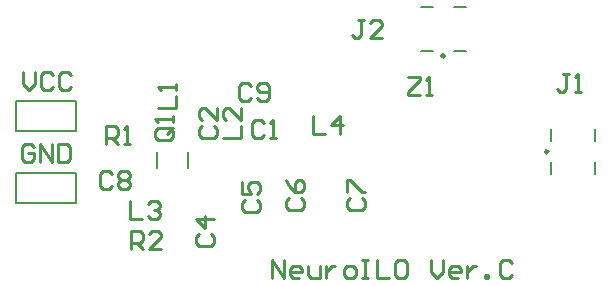
<source format=gbr>
%TF.GenerationSoftware,Altium Limited,Altium Designer,22.5.1 (42)*%
G04 Layer_Color=65535*
%FSLAX26Y26*%
%MOIN*%
%TF.SameCoordinates,B04901F9-BF46-49F9-850C-5E78856F6392*%
%TF.FilePolarity,Positive*%
%TF.FileFunction,Legend,Top*%
%TF.Part,Single*%
G01*
G75*
%TA.AperFunction,NonConductor*%
%ADD30C,0.011024*%
%ADD31C,0.005000*%
%ADD32C,0.007874*%
%ADD33C,0.010000*%
D30*
X2824961Y1500000D02*
G03*
X2824961Y1500000I-5512J0D01*
G01*
X2480512Y1819449D02*
G03*
X2480512Y1819449I-5512J0D01*
G01*
D31*
X2980866Y1425197D02*
Y1464567D01*
Y1535433D02*
Y1574803D01*
X2834803Y1425197D02*
Y1464567D01*
Y1535433D02*
Y1574803D01*
X2400197Y1834803D02*
X2439567D01*
X2510433D02*
X2549803D01*
X2400197Y1980866D02*
X2439567D01*
X2510433D02*
X2549803D01*
D32*
X1521937Y1445431D02*
Y1500549D01*
X1624299Y1445431D02*
Y1500549D01*
X1050000Y1430000D02*
X1250000D01*
X1050000Y1330000D02*
Y1430000D01*
Y1330000D02*
X1250000D01*
Y1430000D01*
Y1570000D02*
Y1670000D01*
X1050000Y1570000D02*
X1250000D01*
X1050000D02*
Y1670000D01*
X1250000D01*
D33*
X2895000Y1759990D02*
X2875006D01*
X2885003D01*
Y1710006D01*
X2875006Y1700010D01*
X2865010D01*
X2855013Y1710006D01*
X2914994Y1700010D02*
X2934987D01*
X2924990D01*
Y1759990D01*
X2914994Y1749994D01*
X2210003Y1939990D02*
X2190010D01*
X2200006D01*
Y1890006D01*
X2190010Y1880010D01*
X2180013D01*
X2170016Y1890006D01*
X2269984Y1880010D02*
X2229997D01*
X2269984Y1919997D01*
Y1929994D01*
X2259987Y1939990D01*
X2239994D01*
X2229997Y1929994D01*
X2356000Y1748981D02*
X2395987D01*
Y1738984D01*
X2356000Y1698997D01*
Y1689000D01*
X2395987D01*
X2415981D02*
X2435974D01*
X2425977D01*
Y1748981D01*
X2415981Y1738984D01*
X1435016Y1175010D02*
Y1234990D01*
X1465006D01*
X1475003Y1224994D01*
Y1205000D01*
X1465006Y1195003D01*
X1435016D01*
X1455010D02*
X1475003Y1175010D01*
X1534984D02*
X1494997D01*
X1534984Y1214997D01*
Y1224994D01*
X1524987Y1234990D01*
X1504994D01*
X1494997Y1224994D01*
X1660006Y1225003D02*
X1650010Y1215006D01*
Y1195013D01*
X1660006Y1185016D01*
X1699994D01*
X1709990Y1195013D01*
Y1215006D01*
X1699994Y1225003D01*
X1709990Y1274987D02*
X1650010D01*
X1680000Y1244997D01*
Y1284984D01*
X1430016Y1334990D02*
Y1275010D01*
X1470003D01*
X1489997Y1324994D02*
X1499994Y1334990D01*
X1519987D01*
X1529984Y1324994D01*
Y1314997D01*
X1519987Y1305000D01*
X1509990D01*
X1519987D01*
X1529984Y1295003D01*
Y1285006D01*
X1519987Y1275010D01*
X1499994D01*
X1489997Y1285006D01*
X1370003Y1424994D02*
X1360006Y1434990D01*
X1340013D01*
X1330016Y1424994D01*
Y1385006D01*
X1340013Y1375010D01*
X1360006D01*
X1370003Y1385006D01*
X1389997Y1424994D02*
X1399994Y1434990D01*
X1419987D01*
X1429984Y1424994D01*
Y1414997D01*
X1419987Y1405000D01*
X1429984Y1395003D01*
Y1385006D01*
X1419987Y1375010D01*
X1399994D01*
X1389997Y1385006D01*
Y1395003D01*
X1399994Y1405000D01*
X1389997Y1414997D01*
Y1424994D01*
X1399994Y1405000D02*
X1419987D01*
X1350013Y1525010D02*
Y1584990D01*
X1380003D01*
X1390000Y1574994D01*
Y1555000D01*
X1380003Y1545003D01*
X1350013D01*
X1370006D02*
X1390000Y1525010D01*
X1409994D02*
X1429987D01*
X1419990D01*
Y1584990D01*
X1409994Y1574994D01*
X1564994Y1580000D02*
X1525006D01*
X1515010Y1570003D01*
Y1550010D01*
X1525006Y1540013D01*
X1564994D01*
X1574990Y1550010D01*
Y1570003D01*
X1554997Y1560006D02*
X1574990Y1580000D01*
Y1570003D02*
X1564994Y1580000D01*
X1574990Y1599994D02*
Y1619987D01*
Y1609990D01*
X1515010D01*
X1525006Y1599994D01*
X1525010Y1645013D02*
X1584990D01*
Y1685000D01*
Y1704994D02*
Y1724987D01*
Y1714990D01*
X1525010D01*
X1535006Y1704994D01*
X2040016Y1619990D02*
Y1560010D01*
X2080003D01*
X2129987D02*
Y1619990D01*
X2099997Y1590000D01*
X2139984D01*
X1815006Y1340003D02*
X1805010Y1330006D01*
Y1310013D01*
X1815006Y1300016D01*
X1854994D01*
X1864990Y1310013D01*
Y1330006D01*
X1854994Y1340003D01*
X1805010Y1399984D02*
Y1359997D01*
X1835000D01*
X1825003Y1379990D01*
Y1389987D01*
X1835000Y1399984D01*
X1854994D01*
X1864990Y1389987D01*
Y1369994D01*
X1854994Y1359997D01*
X2165006Y1345003D02*
X2155010Y1335006D01*
Y1315013D01*
X2165006Y1305016D01*
X2204994D01*
X2214990Y1315013D01*
Y1335006D01*
X2204994Y1345003D01*
X2155010Y1364997D02*
Y1404984D01*
X2165006D01*
X2204994Y1364997D01*
X2214990D01*
X1960006Y1345003D02*
X1950010Y1335006D01*
Y1315013D01*
X1960006Y1305016D01*
X1999994D01*
X2009990Y1315013D01*
Y1335006D01*
X1999994Y1345003D01*
X1950010Y1404984D02*
X1960006Y1384990D01*
X1980000Y1364997D01*
X1999994D01*
X2009990Y1374994D01*
Y1394987D01*
X1999994Y1404984D01*
X1989997D01*
X1980000Y1394987D01*
Y1364997D01*
X1740010Y1545016D02*
X1799990D01*
Y1585003D01*
Y1644984D02*
Y1604997D01*
X1760003Y1644984D01*
X1750006D01*
X1740010Y1634987D01*
Y1614994D01*
X1750006Y1604997D01*
X1670006Y1585003D02*
X1660010Y1575006D01*
Y1555013D01*
X1670006Y1545016D01*
X1709994D01*
X1719990Y1555013D01*
Y1575006D01*
X1709994Y1585003D01*
X1719990Y1644984D02*
Y1604997D01*
X1680003Y1644984D01*
X1670006D01*
X1660010Y1634987D01*
Y1614994D01*
X1670006Y1604997D01*
X1877559Y1594994D02*
X1867562Y1604990D01*
X1847569D01*
X1837572Y1594994D01*
Y1555007D01*
X1847569Y1545010D01*
X1867562D01*
X1877559Y1555007D01*
X1897553Y1545010D02*
X1917546D01*
X1907550D01*
Y1604990D01*
X1897553Y1594994D01*
X1835003Y1719994D02*
X1825006Y1729990D01*
X1805013D01*
X1795016Y1719994D01*
Y1680006D01*
X1805013Y1670010D01*
X1825006D01*
X1835003Y1680006D01*
X1854997D02*
X1864994Y1670010D01*
X1884987D01*
X1894984Y1680006D01*
Y1719994D01*
X1884987Y1729990D01*
X1864994D01*
X1854997Y1719994D01*
Y1709997D01*
X1864994Y1700000D01*
X1894984D01*
X1905000Y1080000D02*
Y1139981D01*
X1944987Y1080000D01*
Y1139981D01*
X1994971Y1080000D02*
X1974977D01*
X1964981Y1089997D01*
Y1109990D01*
X1974977Y1119987D01*
X1994971D01*
X2004968Y1109990D01*
Y1099994D01*
X1964981D01*
X2024961Y1119987D02*
Y1089997D01*
X2034958Y1080000D01*
X2064948D01*
Y1119987D01*
X2084942D02*
Y1080000D01*
Y1099994D01*
X2094939Y1109990D01*
X2104935Y1119987D01*
X2114932D01*
X2154919Y1080000D02*
X2174913D01*
X2184910Y1089997D01*
Y1109990D01*
X2174913Y1119987D01*
X2154919D01*
X2144922Y1109990D01*
Y1089997D01*
X2154919Y1080000D01*
X2204903Y1139981D02*
X2224896D01*
X2214900D01*
Y1080000D01*
X2204903D01*
X2224896D01*
X2254887Y1139981D02*
Y1080000D01*
X2294874D01*
X2344858Y1139981D02*
X2324864D01*
X2314867Y1129984D01*
Y1089997D01*
X2324864Y1080000D01*
X2344858D01*
X2354854Y1089997D01*
Y1129984D01*
X2344858Y1139981D01*
X2434829D02*
Y1099994D01*
X2454822Y1080000D01*
X2474816Y1099994D01*
Y1139981D01*
X2524800Y1080000D02*
X2504806D01*
X2494809Y1089997D01*
Y1109990D01*
X2504806Y1119987D01*
X2524800D01*
X2534796Y1109990D01*
Y1099994D01*
X2494809D01*
X2554790Y1119987D02*
Y1080000D01*
Y1099994D01*
X2564787Y1109990D01*
X2574783Y1119987D01*
X2584780D01*
X2614770Y1080000D02*
Y1089997D01*
X2624767D01*
Y1080000D01*
X2614770D01*
X2704741Y1129984D02*
X2694744Y1139981D01*
X2674751D01*
X2664754Y1129984D01*
Y1089997D01*
X2674751Y1080000D01*
X2694744D01*
X2704741Y1089997D01*
X1109987Y1514984D02*
X1099990Y1524981D01*
X1079997D01*
X1070000Y1514984D01*
Y1474997D01*
X1079997Y1465000D01*
X1099990D01*
X1109987Y1474997D01*
Y1494990D01*
X1089994D01*
X1129981Y1465000D02*
Y1524981D01*
X1169968Y1465000D01*
Y1524981D01*
X1189961D02*
Y1465000D01*
X1219951D01*
X1229948Y1474997D01*
Y1514984D01*
X1219951Y1524981D01*
X1189961D01*
X1075000Y1764981D02*
Y1724994D01*
X1094994Y1705000D01*
X1114987Y1724994D01*
Y1764981D01*
X1174968Y1754984D02*
X1164971Y1764981D01*
X1144977D01*
X1134981Y1754984D01*
Y1714997D01*
X1144977Y1705000D01*
X1164971D01*
X1174968Y1714997D01*
X1234948Y1754984D02*
X1224951Y1764981D01*
X1204958D01*
X1194961Y1754984D01*
Y1714997D01*
X1204958Y1705000D01*
X1224951D01*
X1234948Y1714997D01*
%TF.MD5,e18a62c968be7e851ff27640c5425c15*%
M02*

</source>
